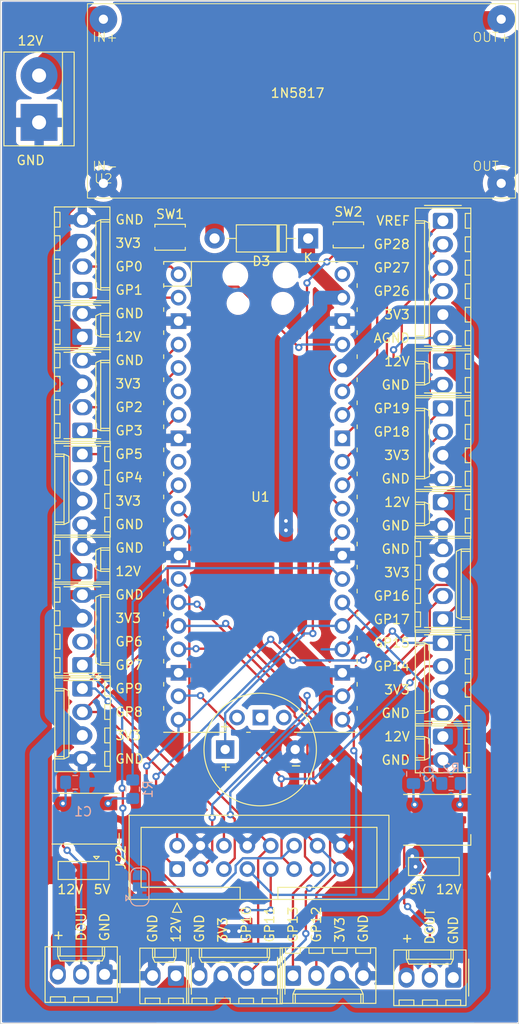
<source format=kicad_pcb>
(kicad_pcb (version 20221018) (generator pcbnew)
  (layers (0 "F.Cu" signal) (31 "B.Cu" signal) (34 "B.Paste" user) (35 "F.Paste" user) (36 "B.SilkS" user "B.Silkscreen") (37 "F.SilkS" user "F.Silkscreen") (38 "B.Mask" user) (39 "F.Mask" user) (44 "Edge.Cuts" user))
  (net 0 "")
  (net 1 "GND")
  (net 2 "Net-(D1-VDD)")
  (net 3 "Net-(D1-DOUT)")
  (net 4 "Net-(D1-DIN)")
  (net 5 "Net-(D2-DOUT)")
  (net 6 "Net-(D2-DIN)")
  (net 7 "Net-(D3-A)")
  (net 8 "12V")
  (net 9 "Net-(J2-Pin_3)")
  (net 10 "Net-(J3-Pin_3)")
  (net 11 "GPIO1")
  (net 12 "GPIO0")
  (net 13 "3V3")
  (net 14 "GPIO3")
  (net 15 "GPIO2")
  (net 16 "GPIO5")
  (net 17 "GPIO4")
  (net 18 "GPIO7")
  (net 19 "GPIO6")
  (net 20 "GPIO9")
  (net 21 "GPIO8")
  (net 22 "GPIO11")
  (net 23 "GPIO10")
  (net 24 "GPIO13")
  (net 25 "GPIO12")
  (net 26 "GPIO15")
  (net 27 "GPIO14")
  (net 28 "GPIO17")
  (net 29 "GPIO16")
  (net 30 "GPIO19")
  (net 31 "GPIO18")
  (net 32 "Net-(J22-Pin_11)")
  (net 33 "ADV_VREF")
  (net 34 "GPIO28")
  (net 35 "GPIO27")
  (net 36 "GPIO26")
  (net 37 "AGND")
  (net 38 "Net-(U1-GPIO20)")
  (net 39 "Net-(U1-3V3_EN)")
  (net 40 "Net-(U1-RUN)")
  (net 44 "Net-(BZ1--)")
  (net 45 "Net-(U1-GPIO21)")
  (footprint "Buzzer_Beeper:Buzzer_12x9.5RM7.6" (layer "F.Cu") (at 130.82 113.919)
    (fp_text reference "BZ1" hide)
    (fp_text value "Buzzer")
  )
  (footprint "Connector_Molex:Molex_KK-254_AE-6410-04A_1x04_P2.54mm_Vertical" (layer "F.Cu") (at 154.452 76.962 -90)
    (fp_text reference "J20" hide)
    (fp_text value "Conn_01x04_Pin" hide)
  )
  (footprint "Connector_Molex:Molex_KK-254_AE-6410-02A_1x02_P2.54mm_Vertical" (layer "F.Cu") (at 154.452 71.882 -90)
    (fp_text reference "J21" hide)
    (fp_text value "Conn_01x02_Pin" hide)
  )
  (footprint "Connector_Molex:Molex_KK-254_AE-6410-04A_1x04_P2.54mm_Vertical" (layer "F.Cu") (at 115.316 104.775 90)
    (fp_text reference "J9" hide)
    (fp_text value "Conn_01x04_Pin" hide)
  )
  (footprint "Connector_Molex:Molex_KK-254_AE-6410-02A_1x02_P2.54mm_Vertical" (layer "F.Cu") (at 154.452 112.522 -90)
    (fp_text reference "J16" hide)
    (fp_text value "Conn_01x02_Pin" hide)
  )
  (footprint "MCU_RaspberryPi_and_Boards:RPi_Pico_SMD_TH_No_Pads" (layer "F.Cu") (at 134.645 86.555)
    (fp_text reference "U1")
    (fp_text value "Pico")
  )
  (footprint "TerminalBlock:TerminalBlock_bornier-2_P5.08mm" (layer "F.Cu") (at 110.617 45.974 90)
    (fp_text reference "J1" hide)
    (fp_text value "screw terminal" hide)
  )
  (footprint "Connector_Molex:Molex_KK-254_AE-6410-04A_1x04_P2.54mm_Vertical" (layer "F.Cu") (at 115.316 64.135 90)
    (fp_text reference "J6" hide)
    (fp_text value "Conn_01x04_Pin" hide)
  )
  (footprint "Connector_Molex:Molex_KK-254_AE-6410-04A_1x04_P2.54mm_Vertical" (layer "F.Cu") (at 115.316 81.915 -90)
    (fp_text reference "J8" hide)
    (fp_text value "Conn_01x04_Pin" hide)
  )
  (footprint "LED_SMD:LED_WS2812B_PLCC4_5.0x5.0mm_P3.2mm" (layer "F.Cu") (at 115.66 121.411)
    (fp_text reference "D1" hide)
    (fp_text value "WS2812B")
  )
  (footprint "Jumper:SolderJumper-3_P2.0mm_Open_TrianglePad1.0x1.5mm" (layer "F.Cu") (at 115.443 127 180)
    (fp_text reference "J4" hide)
    (fp_text value "Conn_01x03_Pin" hide)
  )
  (footprint "Connector_Molex:Molex_KK-254_AE-6410-02A_1x02_P2.54mm_Vertical" (layer "F.Cu") (at 154.452 87.122 -90)
    (fp_text reference "J19" hide)
    (fp_text value "Conn_01x02_Pin" hide)
  )
  (footprint "Button_Switch_SMD:SW_SPST_B3U-1000P" (layer "F.Cu") (at 144.194 58.166)
    (fp_text reference "SW2")
    (fp_text value "SW_Push" hide)
  )
  (footprint "Diode_THT:D_DO-41_SOD81_P10.16mm_Horizontal" (layer "F.Cu") (at 139.827 58.547 180)
    (fp_text reference "D3")
    (fp_text value "1N5817")
  )
  (footprint "Connector_Molex:Molex_KK-254_AE-6410-04A_1x04_P2.54mm_Vertical" (layer "F.Cu") (at 154.452 99.822 90)
    (fp_text reference "J18" hide)
    (fp_text value "Conn_01x04_Pin" hide)
  )
  (footprint "Custom:LM2596 Buck Converter" (layer "F.Cu") (at 117.602 52.578)
    (fp_text reference "U2")
    (fp_text value "buck converter" hide)
  )
  (footprint "Connector_Molex:Molex_KK-254_AE-6410-04A_1x04_P2.54mm_Vertical" (layer "F.Cu") (at 154.452 102.362 -90)
    (fp_text reference "J17" hide)
    (fp_text value "Conn_01x04_Pin" hide)
  )
  (footprint "Connector_Molex:Molex_KK-254_AE-6410-03A_1x03_P2.54mm_Vertical" (layer "F.Cu") (at 117.729 138.283 180)
    (fp_text reference "J2" hide)
    (fp_text value "Conn_01x03_Pin" hide)
  )
  (footprint "Connector_Molex:Molex_KK-254_AE-6410-04A_1x04_P2.54mm_Vertical" (layer "F.Cu") (at 115.316 79.375 90)
    (fp_text reference "J7" hide)
    (fp_text value "Conn_01x04_Pin" hide)
  )
  (footprint "Custom:IDC-Header_2x08_P2.54mm_Vertical_CCW" (layer "F.Cu") (at 125.603 126.873 90)
    (fp_text reference "J22")
    (fp_text value "Conn_02x08_Counter_Clockwise")
  )
  (footprint "Connector_Molex:Molex_KK-254_AE-6410-04A_1x04_P2.54mm_Vertical" (layer "F.Cu") (at 115.316 107.315 -90)
    (fp_text reference "J10" hide)
    (fp_text value "Conn_01x04_Pin" hide)
  )
  (footprint "Button_Switch_SMD:SW_SPST_B3U-1000P" (layer "F.Cu") (at 124.841 58.42)
    (fp_text reference "SW1")
    (fp_text value "SW_Push" hide)
  )
  (footprint "Connector_Molex:Molex_KK-254_AE-6410-02A_1x02_P2.54mm_Vertical" (layer "F.Cu") (at 125.476 138.43 180)
    (fp_text reference "J13" hide)
    (fp_text value "Conn_01x02_Pin" hide)
  )
  (footprint "LED_SMD:LED_WS2812B_PLCC4_5.0x5.0mm_P3.2mm" (layer "F.Cu") (at 153.834 121.538)
    (fp_text reference "D2" hide)
    (fp_text value "WS2812B")
  )
  (footprint "Connector_Molex:Molex_KK-254_AE-6410-02A_1x02_P2.54mm_Vertical" (layer "F.Cu") (at 115.316 94.615 90)
    (fp_text reference "J12" hide)
    (fp_text value "Conn_01x02_Pin" hide)
  )
  (footprint "Connector_Molex:Molex_KK-254_AE-6410-02A_1x02_P2.54mm_Vertical" (layer "F.Cu") (at 115.316 69.215 90)
    (fp_text reference "J11" hide)
    (fp_text value "Conn_01x02_Pin" hide)
  )
  (footprint "Connector_Molex:Molex_KK-254_AE-6410-04A_1x04_P2.54mm_Vertical" (layer "F.Cu") (at 138.176 138.43)
    (fp_text reference "J15" hide)
    (fp_text value "Conn_01x04_Pin" hide)
  )
  (footprint "Connector_Molex:Molex_KK-254_AE-6410-06A_1x06_P2.54mm_Vertical" (layer "F.Cu") (at 154.452 56.642 -90)
    (fp_text reference "J23" hide)
    (fp_text value "Conn_01x06_Pin" hide)
  )
  (footprint "Connector_Molex:Molex_KK-254_AE-6410-03A_1x03_P2.54mm_Vertical" (layer "F.Cu") (at 155.579 138.63 180)
    (fp_text reference "J3" hide)
    (fp_text value "Conn_01x03_Pin" hide)
  )
  (footprint "Connector_Molex:Molex_KK-254_AE-6410-04A_1x04_P2.54mm_Vertical" (layer "F.Cu") (at 135.636 138.43 180)
    (fp_text reference "J14" hide)
    (fp_text value "Conn_01x04_Pin" hide)
  )
  (footprint "Jumper:SolderJumper-3_P2.0mm_Open_TrianglePad1.0x1.5mm" (layer "F.Cu") (at 153.473 126.619)
    (fp_text reference "J5" hide)
    (fp_text value "Conn_01x03_Pin" hide)
  )
  (footprint "Jumper:SolderJumper-3_P1.3mm_Bridged12_RoundedPad1.0x1.5mm" (layer "B.Cu") (at 121.539 128.808 90)
    (fp_text reference "J24" hide)
    (fp_text value "Conn_01x03_Pin" hide)
  )
  (footprint "Capacitor_SMD:C_0805_2012Metric_Pad1.18x1.45mm_HandSolder" (layer "B.Cu") (at 151.257 116.5645 90)
    (fp_text reference "C2")
    (fp_text value "100 nF")
  )
  (footprint "Capacitor_SMD:C_0805_2012Metric_Pad1.18x1.45mm_HandSolder" (layer "B.Cu") (at 114.5325 117.475)
    (fp_text reference "C1")
    (fp_text value "100 nF")
  )
  (footprint "Resistor_SMD:R_0805_2012Metric_Pad1.20x1.40mm_HandSolder" (layer "B.Cu") (at 120.777 118.221 90)
    (fp_text reference "R1")
    (fp_text value "75")
  )
  (footprint "Resistor_SMD:R_0805_2012Metric_Pad1.20x1.40mm_HandSolder" (layer "B.Cu") (at 155.337 117.602 180)
    (fp_text reference "R2")
    (fp_text value "75")
  )
  (gr_rect (start 106.426 32.766) (end 162.687 143.637) (stroke (width 0.1)) (fill none) (layer "Edge.Cuts"))
  (gr_text "+" (at 150.499 135.13 90) (layer "F.SilkS") (effects (font (size 1 1)) (justify left)))
  (gr_text "GP15" (at 150.952 102.362) (layer "F.SilkS") (effects (font (size 1 1)) (justify right)))
  (gr_text "GND" (at 108.077 50.673) (layer "F.SilkS") (effects (font (size 1 1)) (justify left bottom)))
  (gr_text "GP4" (at 118.816 84.455) (layer "F.SilkS") (effects (font (size 1 1)) (justify left)))
  (gr_text "GND" (at 150.952 115.062) (layer "F.SilkS") (effects (font (size 1 1)) (justify right)))
  (gr_text "3V3" (at 118.816 59.055) (layer "F.SilkS") (effects (font (size 1 1)) (justify left)))
  (gr_text "12V" (at 112.522 129.667002) (layer "F.SilkS") (effects (font (size 1 1)) (justify left bottom)))
  (gr_text "3V3" (at 118.816 74.295) (layer "F.SilkS") (effects (font (size 1 1)) (justify left)))
  (gr_text "GP1" (at 118.816 64.135) (layer "F.SilkS") (effects (font (size 1 1)) (justify left)))
  (gr_text "12V" (at 150.952 112.522) (layer "F.SilkS") (effects (font (size 1 1)) (justify right)))
  (gr_text "3V3" (at 150.952 107.442) (layer "F.SilkS") (effects (font (size 1 1)) (justify right)))
  (gr_text "GND" (at 145.796 134.93 90) (layer "F.SilkS") (effects (font (size 1 1)) (justify left)))
  (gr_text "GND" (at 150.952 109.982) (layer "F.SilkS") (effects (font (size 1 1)) (justify right)))
  (gr_text "5V" (at 150.687905 129.667) (layer "F.SilkS") (effects (font (size 1 1)) (justify left bottom)))
  (gr_text "GND" (at 150.952 92.202) (layer "F.SilkS") (effects (font (size 1 1)) (justify right)))
  (gr_text "GP19" (at 150.952 76.962) (layer "F.SilkS") (effects (font (size 1 1)) (justify right)))
  (gr_text "GP13" (at 138.176 134.93 90) (layer "F.SilkS") (effects (font (size 1 1)) (justify left)))
  (gr_text "GND" (at 118.816 71.755) (layer "F.SilkS") (effects (font (size 1 1)) (justify left)))
  (gr_text "12V" (at 150.952 87.122) (layer "F.SilkS") (effects (font (size 1 1)) (justify right)))
  (gr_text "GP27\n" (at 150.952 61.722) (layer "F.SilkS") (effects (font (size 1 1)) (justify right)))
  (gr_text "GND" (at 150.952 84.582) (layer "F.SilkS") (effects (font (size 1 1)) (justify right)))
  (gr_text "GP3" (at 118.816 79.375) (layer "F.SilkS") (effects (font (size 1 1)) (justify left)))
  (gr_text "GND" (at 118.816 89.535) (layer "F.SilkS") (effects (font (size 1 1)) (justify left)))
  (gr_text "GND" (at 150.952 74.422) (layer "F.SilkS") (effects (font (size 1 1)) (justify right)))
  (gr_text "GND" (at 118.816 97.155) (layer "F.SilkS") (effects (font (size 1 1)) (justify left)))
  (gr_text "3V3" (at 118.816 112.395) (layer "F.SilkS") (effects (font (size 1 1)) (justify left)))
  (gr_text "3V3" (at 150.952 66.802) (layer "F.SilkS") (effects (font (size 1 1)) (justify right)))
  (gr_text "12V" (at 118.816 69.215) (layer "F.SilkS") (effects (font (size 1 1)) (justify left)))
  (gr_text "3V3" (at 150.952 94.742) (layer "F.SilkS") (effects (font (size 1 1)) (justify right)))
  (gr_text "GP9" (at 118.816 107.315) (layer "F.SilkS") (effects (font (size 1 1)) (justify left)))
  (gr_text "GND" (at 122.936 134.93 90) (layer "F.SilkS") (effects (font (size 1 1)) (justify left)))
  (gr_text "GND" (at 128.016 134.93 90) (layer "F.SilkS") (effects (font (size 1 1)) (justify left)))
  (gr_text "GND" (at 118.816 114.935) (layer "F.SilkS") (effects (font (size 1 1)) (justify left)))
  (gr_text "12V" (at 118.816 94.615) (layer "F.SilkS") (effects (font (size 1 1)) (justify left)))
  (gr_text "3V3" (at 143.256 134.93 90) (layer "F.SilkS") (effects (font (size 1 1)) (justify left)))
  (gr_text "3V3" (at 130.556 134.93 90) (layer "F.SilkS") (effects (font (size 1 1)) (justify left)))
  (gr_text "3V3" (at 118.816 86.995) (layer "F.SilkS") (effects (font (size 1 1)) (justify left)))
  (gr_text "DOUT" (at 115.189 134.783 90) (layer "F.SilkS") (effects (font (size 1 1)) (justify left)))
  (gr_text "GND" (at 155.579 135.13 90) (layer "F.SilkS") (effects (font (size 1 1)) (justify left)))
  (gr_text "GP12\n" (at 140.716 134.93 90) (layer "F.SilkS") (effects (font (size 1 1)) (justify left)))
  (gr_text "DOUT" (at 153.039 135.13 90) (layer "F.SilkS") (effects (font (size 1 1)) (justify left)))
  (gr_text "GP11\n" (at 135.636 134.93 90) (layer "F.SilkS") (effects (font (size 1 1)) (justify left)))
  (gr_text "GP0" (at 118.816 61.595) (layer "F.SilkS") (effects (font (size 1 1)) (justify left)))
  (gr_text "GP14" (at 150.952 104.902) (layer "F.SilkS") (effects (font (size 1 1)) (justify right)))
  (gr_text "AGND" (at 150.952 69.342) (layer "F.SilkS") (effects (font (size 1 1)) (justify right)))
  (gr_text "+" (at 130.165 116.332) (layer "F.SilkS") (effects (font (size 1 1)) (justify left bottom)))
  (gr_text "+" (at 112.649 134.783 90) (layer "F.SilkS") (effects (font (size 1 1)) (justify left)))
  (gr_text "12V" (at 150.952 71.882) (layer "F.SilkS") (effects (font (size 1 1)) (justify right)))
  (gr_text "GND" (at 118.816 66.675) (layer "F.SilkS") (effects (font (size 1 1)) (justify left)))
  (gr_text "GP5" (at 118.816 81.915) (layer "F.SilkS") (effects (font (size 1 1)) (justify left)))
  (gr_text "GP17" (at 150.952 99.822) (layer "F.SilkS") (effects (font (size 1 1)) (justify right)))
  (gr_text "GND" (at 118.816 92.075) (layer "F.SilkS") (effects (font (size 1 1)) (justify left)))
  (gr_text "GP2" (at 118.816 76.835) (layer "F.SilkS") (effects (font (size 1 1)) (justify left)))
  (gr_text "GP8" (at 118.816 109.855) (layer "F.SilkS") (effects (font (size 1 1)) (justify left)))
  (gr_text "GP16" (at 150.952 97.282) (layer "F.SilkS") (effects (font (size 1 1)) (justify right)))
  (gr_text "GP6" (at 118.816 102.235) (layer "F.SilkS") (effects (font (size 1 1)) (justify left)))
  (gr_text "GP18" (at 150.952 79.502) (layer "F.SilkS") (effects (font (size 1 1)) (justify right)))
  (gr_text "GP7" (at 118.816 104.775) (layer "F.SilkS") (effects (font (size 1 1)) (justify left)))
  (gr_text "GND" (at 117.729 134.783 90) (layer "F.SilkS") (effects (font (size 1 1)) (justify left)))
  (gr_text "3V3" (at 150.952 82.042) (layer "F.SilkS") (effects (font (size 1 1)) (justify right)))
  (gr_text "-" (at 137.785 116.205) (layer "F.SilkS") (effects (font (size 1 1)) (justify left bottom)))
  (gr_text "12V" (at 108.204 37.719) (layer "F.SilkS") (effects (font (size 1 1)) (justify left bottom)))
  (gr_text "GND" (at 150.952 89.662) (layer "F.SilkS") (effects (font (size 1 1)) (justify right)))
  (gr_text "VREF" (at 150.952 56.642) (layer "F.SilkS") (effects (font (size 1 1)) (justify right)))
  (gr_text "5V" (at 116.459 129.667002) (layer "F.SilkS") (effects (font (size 1 1)) (justify left bottom)))
  (gr_text "12V" (at 125.476 134.93 90) (layer "F.SilkS") (effects (font (size 1 1)) (justify left)))
  (gr_text "GP28" (at 150.952 59.182) (layer "F.SilkS") (effects (font (size 1 1)) (justify right)))
  (gr_text "12V" (at 153.608905 129.667) (layer "F.SilkS") (effects (font (size 1 1)) (justify left bottom)))
  (gr_text "GP26" (at 150.952 64.262) (layer "F.SilkS") (effects (font (size 1 1)) (justify right)))
  (gr_text "GP10\n" (at 133.096 134.93 90) (layer "F.SilkS") (effects (font (size 1 1)) (justify left)))
  (gr_text "3V3" (at 118.816 99.695) (layer "F.SilkS") (effects (font (size 1 1)) (justify left)))
  (gr_text "GND" (at 118.816 56.515) (layer "F.SilkS") (effects (font (size 1 1)) (justify left)))
  (segment (start 139.827 58.547) (end 139.827 61.257) (width 1.5) (layer "F.Cu") (net 2))
  (segment (start 113.21 119.761) (end 115.623 122.174) (width 1.5) (layer "F.Cu") (net 2))
  (segment (start 118.745 125.349) (end 118.745 125.698) (width 1.5) (layer "F.Cu") (net 2))
  (segment (start 139.827 61.257) (end 143.535 64.965) (width 1.5) (layer "F.Cu") (net 2))
  (segment (start 131.191 133.604) (end 132.334 133.604) (width 1.5) (layer "F.Cu") (net 2))
  (segment (start 153.924 124.298) (end 153.334 124.888) (width 1.5) (layer "F.Cu") (net 2))
  (segment (start 151.384 119.888) (end 153.924 122.428) (width 1.5) (layer "F.Cu") (net 2))
  (segment (start 148.712811 119.888) (end 151.384 119.888) (width 1.5) (layer "F.Cu") (net 2))
  (segment (start 118.157 124.761) (end 118.745 125.349) (width 1.5) (layer "F.Cu") (net 2))
  (segment (start 151.323 126.469) (end 151.473 126.619) (width 1.5) (layer "F.Cu") (net 2))
  (segment (start 137.414 101.595811) (end 141.735 105.916811) (width 1.5) (layer "F.Cu") (net 2))
  (segment (start 153.924 122.428) (end 153.924 124.298) (width 1.5) (layer "F.Cu") (net 2))
  (segment (start 153.334 124.888) (end 151.910496 124.888) (width 1.5) (layer "F.Cu") (net 2))
  (segment (start 115.623 122.174) (end 115.623 124.224) (width 1.5) (layer "F.Cu") (net 2))
  (segment (start 141.735 105.916811) (end 141.735 112.910189) (width 1.5) (layer "F.Cu") (net 2))
  (segment (start 137.414 89.154) (end 137.414 101.595811) (width 1.5) (layer "F.Cu") (net 2))
  (segment (start 151.323 125.475496) (end 151.323 126.469) (width 1.5) (layer "F.Cu") (net 2))
  (segment (start 116.16 124.761) (end 118.157 124.761) (width 1.5) (layer "F.Cu") (net 2))
  (segment (start 141.735 112.910189) (end 148.712811 119.888) (width 1.5) (layer "F.Cu") (net 2))
  (segment (start 117.443 127) (end 124.047 133.604) (width 1.5) (layer "F.Cu") (net 2))
  (segment (start 124.047 133.604) (end 131.191 133.604) (width 1.5) (layer "F.Cu") (net 2))
  (segment (start 115.623 124.224) (end 116.16 124.761) (width 1.5) (layer "F.Cu") (net 2))
  (segment (start 118.745 125.698) (end 117.443 127) (width 1.5) (layer "F.Cu") (net 2))
  (segment (start 151.910496 124.888) (end 151.323 125.475496) (width 1.5) (layer "F.Cu") (net 2))
  (via (at 151.13 125.476) (size 0.8) (drill 0.4) (layers "F.Cu" "B.Cu") (net 2))
  (via (at 131.191 133.604) (size 0.8) (drill 0.4) (layers "F.Cu" "B.Cu") (net 2))
  (via (at 151.384 119.888) (size 0.8) (drill 0.4) (layers "F.Cu" "B.Cu") (net 2))
  (via (at 151.473 126.619) (size 0.8) (drill 0.4) (layers "F.Cu" "B.Cu") (net 2))
  (via (at 137.414 89.154) (size 0.8) (drill 0.4) (layers "F.Cu" "B.Cu") (net 2))
  (via (at 132.334 133.604) (size 0.8) (drill 0.4) (layers "F.Cu" "B.Cu") (net 2))
  (via (at 137.414 90.17) (size 0.8) (drill 0.4) (layers "F.Cu" "B.Cu") (net 2))
  (via (at 113.21 119.761) (size 0.8) (drill 0.4) (layers "F.Cu" "B.Cu") (net 2))
  (segment (start 113.495 119.476) (end 113.21 119.761) (width 0.25) (layer "B.Cu") (net 2))
  (segment (start 151.257 117.602) (end 151.257 119.761) (width 0.25) (layer "B.Cu") (net 2))
  (segment (start 141.156 64.965) (end 141.156 66.103811) (width 1.5) (layer "B.Cu") (net 2))
  (segment (start 151.13 126.276) (end 151.13 125.476) (width 1.5) (layer "B.Cu") (net 2))
  (segment (start 151.13 125.476) (end 151.13 125.349) (width 1.5) (layer "B.Cu") (net 2))
  (segment (start 143.535 64.965) (end 141.156 64.965) (width 1.5) (layer "B.Cu") (net 2))
  (segment (start 140.779811 130.742) (end 147.35 130.742) (width 1.5) (layer "B.Cu") (net 2))
  (segment (start 151.473 126.619) (end 151.13 126.276) (width 1.5) (layer "B.Cu") (net 2))
  (segment (start 132.334 133.604) (end 137.917811 133.604) (width 1.5) (layer "B.Cu") (net 2))
  (segment (start 147.35 130.742) (end 151.473 126.619) (width 1.5) (layer "B.Cu") (net 2))
  (segment (start 151.257 119.761) (end 151.384 119.888) (width 0.25) (layer "B.Cu") (net 2))
  (segment (start 113.495 117.475) (end 113.495 119.476) (width 0.25) (layer "B.Cu") (net 2))
  (segment (start 141.156 66.103811) (end 137.461 69.798811) (width 1.5) (layer "B.Cu") (net 2))
  (segment (start 137.917811 133.604) (end 140.779811 130.742) (width 1.5) (layer "B.Cu") (net 2))
  (segment (start 137.414 90.17) (end 137.461 90.17) (width 1.5) (layer "B.Cu") (net 2))
  (segment (start 137.414 89.154) (end 137.414 90.17) (width 1.5) (layer "B.Cu") (net 2))
  (segment (start 132.334 133.604) (end 131.318 133.604) (width 1.5) (layer "B.Cu") (net 2))
  (segment (start 137.461 69.798811) (end 137.414 89.154) (width 1.5) (layer "B.Cu") (net 2))
  (segment (start 113.21 123.061) (end 113.21 124.386) (width 0.25) (layer "F.Cu") (net 3))
  (segment (start 113.21 124.386) (end 113.665 124.841) (width 0.25) (layer "F.Cu") (net 3))
  (via (at 113.665 124.841) (size 0.8) (drill 0.4) (layers "F.Cu" "B.Cu") (net 3))
  (segment (start 115.189 126.365) (end 115.189 138.283) (width 0.25) (layer "B.Cu") (net 3))
  (segment (start 113.665 124.841) (end 115.189 126.365) (width 0.25) (layer "B.Cu") (net 3))
  (via (at 118.11 119.761) (size 0.8) (drill 0.4) (layers "F.Cu" "B.Cu") (net 4))
  (segment (start 120.777 119.221) (end 118.65 119.221) (width 0.25) (layer "B.Cu") (net 4))
  (segment (start 118.65 119.221) (end 118.11 119.761) (width 0.25) (layer "B.Cu") (net 4))
  (segment (start 153.035 133.35) (end 153.039 133.354) (width 0.25) (layer "F.Cu") (net 5))
  (segment (start 150.248 124.324) (end 150.248 130.563) (width 0.25) (layer "F.Cu") (net 5))
  (segment (start 150.248 130.563) (end 150.622 130.937) (width 0.25) (layer "F.Cu") (net 5))
  (segment (start 151.384 123.188) (end 150.248 124.324) (width 0.25) (layer "F.Cu") (net 5))
  (segment (start 153.039 133.354) (end 153.039 138.63) (width 0.25) (layer "F.Cu") (net 5))
  (via (at 150.622 130.937) (size 0.8) (drill 0.4) (layers "F.Cu" "B.Cu") (net 5))
  (via (at 153.035 133.35) (size 0.8) (drill 0.4) (layers "F.Cu" "B.Cu") (net 5))
  (segment (start 150.622 130.937) (end 153.035 133.35) (width 0.25) (layer "B.Cu") (net 5))
  (via (at 156.284 119.888) (size 0.8) (drill 0.4) (layers "F.Cu" "B.Cu") (net 6))
  (segment (start 156.337 117.602) (end 156.337 119.835) (width 0.25) (layer "B.Cu") (net 6))
  (segment (start 156.337 119.835) (end 156.284 119.888) (width 0.25) (layer "B.Cu") (net 6))
  (segment (start 146.429 34.927) (end 159.767 34.927) (width 2) (layer "F.Cu") (net 7))
  (segment (start 129.667 51.689) (end 146.429 34.927) (width 2) (layer "F.Cu") (net 7))
  (segment (start 129.667 58.547) (end 129.667 51.689) (width 2) (layer "F.Cu") (net 7))
  (segment (start 110.079 128.009836) (end 110.079 139.572529) (width 3) (layer "F.Cu") (net 8))
  (segment (start 155.741529 112.492) (end 155.986 112.492) (width 3) (layer "F.Cu") (net 8))
  (segment (start 113.445427 40.894) (end 110.617 40.894) (width 3) (layer "F.Cu") (net 8))
  (segment (start 158.984 125.638) (end 158.984 115.734471) (width 3) (layer "F.Cu") (net 8))
  (segment (start 112.521 67.739529) (end 112.521 55.246) (width 3) (layer "F.Cu") (net 8))
  (segment (start 113.284 54.483) (end 113.284 51.054) (width 3) (layer "F.Cu") (net 8))
  (segment (start 110.079 139.572529) (end 111.731471 141.225) (width 3) (layer "F.Cu") (net 8))
  (segment (start 113.284 51.054) (end 116.459 47.879) (width 3) (layer "F.Cu") (net 8))
  (segment (start 116.587 34.927) (end 110.493 41.021) (width 3) (layer "F.Cu") (net 8))
  (segment (start 158.149 140.282716) (end 158.149 128.395) (width 3) (layer "F.Cu") (net 8))
  (segment (start 157.988 74.098471) (end 155.741529 71.852) (width 3) (layer "F.Cu") (net 8))
  (segment (start 112.521 67.739529) (end 114.026471 69.245) (width 3) (layer "F.Cu") (net 8))
  (segment (start 157.006716 141.425) (end 158.149 140.282716) (width 3) (layer "F.Cu") (net 8))
  (segment (start 157.988 89.338471) (end 157.988 74.098471) (width 3) (layer "F.Cu") (net 8))
  (segment (start 158.003 126.619) (end 158.984 125.638) (width 3) (layer "F.Cu") (net 8))
  (segment (start 124.000529 141.225) (end 125.506 139.719529) (width 3) (layer "F.Cu") (net 8))
  (segment (start 116.459 43.907573) (end 113.445427 40.894) (width 3) (layer "F.Cu") (net 8))
  (segment (start 112.521 93.139529) (end 110.51 95.150529) (width 3) (layer "F.Cu") (net 8))
  (segment (start 111.088836 127) (end 112.543 127) (width 3) (layer "F.Cu") (net 8))
  (segment (start 111.731471 141.225) (end 124.000529 141.225) (width 3) (layer "F.Cu") (net 8))
  (segment (start 124.000529 141.225) (end 124.200529 141.425) (width 3) (layer "F.Cu") (net 8))
  (segment (start 110.51 95.150529) (end 110.51 126.421164) (width 3) (layer "F.Cu") (net 8))
  (segment (start 157.988 110.49) (end 157.988 89.338471) (width 3) (layer "F.Cu") (net 8))
  (segment (start 112.521 55.246) (end 113.284 54.483) (width 3) (layer "F.Cu") (net 8))
  (segment (start 112.521 93.139529) (end 114.026471 94.645) (width 3) (layer "F.Cu") (net 8))
  (segment (start 112.521 67.739529) (end 112.521 93.139529) (width 3) (layer "F.Cu") (net 8))
  (segment (start 110.51 126.421164) (end 111.088836 127) (width 3) (layer "F.Cu") (net 8))
  (segment (start 157.988 89.338471) (end 155.741529 87.092) (width 3) (layer "F.Cu") (net 8))
  (segment (start 116.459 47.879) (end 116.459 43.907573) (width 3) (layer "F.Cu") (net 8))
  (segment (start 155.986 112.492) (end 157.988 110.49) (width 3) (layer "F.Cu") (net 8))
  (segment (start 158.984 115.734471) (end 155.741529 112.492) (width 3) (layer "F.Cu") (net 8))
  (segment (start 156.373 126.619) (end 158.003 126.619) (width 3) (layer "F.Cu") (net 8))
  (segment (start 158.149 128.395) (end 156.373 126.619) (width 3) (layer "F.Cu") (net 8))
  (segment (start 124.200529 141.425) (end 157.006716 141.425) (width 3) (layer "F.Cu") (net 8))
  (segment (start 111.088836 127) (end 110.079 128.009836) (width 3) (layer "F.Cu") (net 8))
  (segment (start 115.443 131.572) (end 112.649 134.366) (width 1.5) (layer "F.Cu") (net 9))
  (segment (start 112.649 134.366) (end 112.649 138.283) (width 1.5) (layer "F.Cu") (net 9))
  (segment (start 115.443 127) (end 115.443 131.572) (width 1.5) (layer "F.Cu") (net 9))
  (segment (start 153.473 126.619) (end 153.473 130.626) (width 1.5) (layer "F.Cu") (net 10))
  (segment (start 153.473 130.626) (end 150.499 133.6) (width 1.5) (layer "F.Cu") (net 10))
  (segment (start 150.499 133.6) (end 150.499 138.63) (width 1.5) (layer "F.Cu") (net 10))
  (segment (start 115.316 64.135) (end 116.146 64.965) (width 0.25) (layer "F.Cu") (net 11))
  (segment (start 116.146 64.965) (end 125.755 64.965) (width 0.25) (layer "F.Cu") (net 11))
  (segment (start 115.316 61.595) (end 124.925 61.595) (width 0.25) (layer "F.Cu") (net 12))
  (segment (start 124.925 61.595) (end 125.755 62.425) (width 0.25) (layer "F.Cu") (net 12))
  (segment (start 154.452 107.442) (end 155.064422 107.442) (width 2) (layer "B.Cu") (net 13))
  (segment (start 154.452 82.042) (end 155.064422 82.042) (width 2) (layer "B.Cu") (net 13))
  (segment (start 156.747 96.424578) (end 155.064422 94.742) (width 2) (layer "B.Cu") (net 13))
  (segment (start 113.021 60.737578) (end 113.021 72.612422) (width 2) (layer "B.Cu") (net 13))
  (segment (start 156.845 80.261422) (end 156.845 68.582578) (width 2) (layer "B.Cu") (net 13))
  (segment (start 112.221 109.912422) (end 114.703578 112.395) (width 2) (layer "B.Cu") (net 13))
  (segment (start 155.064422 82.042) (end 156.845 80.261422) (width 2) (layer "B.Cu") (net 13))
  (segment (start 143.256 138.43) (end 143.256 139.042422) (width 2) (layer "B.Cu") (net 13))
  (segment (start 130.556 139.042422) (end 132.356578 140.843) (width 2) (layer "B.Cu") (net 13))
  (segment (start 115.316 112.395) (end 112.671 112.395) (width 2) (layer "B.Cu") (net 13))
  (segment (start 149.677138 66.802) (end 143.894138 72.585) (width 2) (layer "B.Cu") (net 13))
  (segment (start 143.256 139.7) (end 143.256 138.43) (width 2) (layer "B.Cu") (net 13))
  (segment (start 110.579 139.408) (end 111.896 140.725) (width 2) (layer "B.Cu") (net 13))
  (segment (start 156.747 83.724578) (end 155.064422 82.042) (width 2) (layer "B.Cu") (net 13))
  (segment (start 155.064422 107.442) (end 156.747 105.759422) (width 2) (layer "B.Cu") (net 13))
  (segment (start 115.316 86.995) (end 114.703578 86.995) (width 2) (layer "B.Cu") (net 13))
  (segment (start 112.903 76.095578) (end 112.903 85.194422) (width 2) (layer "B.Cu") (net 13))
  (segment (start 114.703578 112.395) (end 115.316 112.395) (width 2) (layer "B.Cu") (net 13))
  (segment (start 132.356578 140.843) (end 142.113 140.843) (width 2) (layer "B.Cu") (net 13))
  (segment (start 112.671 112.395) (end 110.579 114.487) (width 2) (layer "B.Cu") (net 13))
  (segment (start 110.579 114.487) (end 110.579 139.408) (width 2) (layer "B.Cu") (net 13))
  (segment (start 129.277 140.725) (end 130.556 139.446) (width 2) (layer "B.Cu") (net 13))
  (segment (start 114.703578 86.995) (end 113.021 88.677578) (width 2) (layer "B.Cu") (net 13))
  (segment (start 113.021 98.012422) (end 114.703578 99.695) (width 2) (layer "B.Cu") (net 13))
  (segment (start 112.221 99.695) (end 112.221 109.912422) (width 2) (layer "B.Cu") (net 13))
  (segment (start 145.138578 140.925) (end 156.79961 140.925) (width 2) (layer "B.Cu") (net 13))
  (segment (start 158.137 139.58761) (end 158.137 110.514578) (width 2) (layer "B.Cu") (net 13))
  (segment (start 156.747 105.759422) (end 156.747 96.424578) (width 2) (layer "B.Cu") (net 13))
  (segment (start 114.703578 59.055) (end 113.021 60.737578) (width 2) (layer "B.Cu") (net 13))
  (segment (start 143.256 139.042422) (end 145.138578 140.925) (width 2) (layer "B.Cu") (net 13))
  (segment (start 143.894138 72.585) (end 143.535 72.585) (width 2) (layer "B.Cu") (net 13))
  (segment (start 154.452 94.742) (end 155.064422 94.742) (width 2) (layer "B.Cu") (net 13))
  (segment (start 115.316 59.055) (end 114.703578 59.055) (width 2) (layer "B.Cu") (net 13))
  (segment (start 114.703578 74.295) (end 112.903 76.095578) (width 2) (layer "B.Cu") (net 13))
  (segment (start 130.556 139.446) (end 130.556 138.43) (width 2) (layer "B.Cu") (net 13))
  (segment (start 155.064422 66.802) (end 154.452 66.802) (width 2) (layer "B.Cu") (net 13))
  (segment (start 113.021 88.677578) (end 113.021 98.012422) (width 2) (layer "B.Cu") (net 13))
  (segment (start 115.316 74.295) (end 114.703578 74.295) (width 2) (layer "B.Cu") (net 13))
  (segment (start 113.021 72.612422) (end 114.703578 74.295) (width 2) (layer "B.Cu") (net 13))
  (segment (start 112.903 85.194422) (end 114.703578 86.995) (width 2) (layer "B.Cu") (net 13))
  (segment (start 156.747 93.059422) (end 156.747 83.724578) (width 2) (layer "B.Cu") (net 13))
  (segment (start 142.113 140.843) (end 143.256 139.7) (width 2) (layer "B.Cu") (net 13))
  (segment (start 156.845 68.582578) (end 155.064422 66.802) (width 2) (layer "B.Cu") (net 13))
  (segment (start 114.703578 99.695) (end 115.316 99.695) (width 2) (layer "B.Cu") (net 13))
  (segment (start 130.556 138.43) (end 130.556 139.042422) (width 2) (layer "B.Cu") (net 13))
  (segment (start 111.896 140.725) (end 129.277 140.725) (width 2) (layer "B.Cu") (net 13))
  (segment (start 154.452 66.802) (end 149.677138 66.802) (width 2) (layer "B.Cu") (net 13))
  (segment (start 156.79961 140.925) (end 158.137 139.58761) (width 2) (layer "B.Cu") (net 13))
  (segment (start 158.137 110.514578) (end 155.064422 107.442) (width 2) (layer "B.Cu") (net 13))
  (segment (start 115.316 99.695) (end 112.221 99.695) (width 2) (layer "B.Cu") (net 13))
  (segment (start 155.064422 94.742) (end 156.747 93.059422) (width 2) (layer "B.Cu") (net 13))
  (segment (start 118.965 79.375) (end 125.755 72.585) (width 0.25) (layer "F.Cu") (net 14))
  (segment (start 115.316 79.375) (end 118.965 79.375) (width 0.25) (layer "F.Cu") (net 14))
  (segment (start 115.316 76.835) (end 118.965 76.835) (width 0.25) (layer "F.Cu") (net 15))
  (segment (start 118.965 76.835) (end 125.755 70.045) (width 0.25) (layer "F.Cu") (net 15))
  (segment (start 121.505 81.915) (end 125.755 77.665) (width 0.25) (layer "F.Cu") (net 16))
  (segment (start 115.316 81.915) (end 121.505 81.915) (width 0.25) (layer "F.Cu") (net 16))
  (segment (start 119.709502 118.185502) (end 119.634 118.11) (width 0.25) (layer "F.Cu") (net 18))
  (segment (start 119.709502 120.269) (end 119.709502 118.185502) (width 0.25) (layer "F.Cu") (net 18))
  (segment (start 116.736 103.355) (end 116.736 94.304) (width 0.25) (layer "F.Cu") (net 18))
  (segment (start 116.736 94.304) (end 125.755 85.285) (width 0.25) (layer "F.Cu") (net 18))
  (segment (start 115.316 104.775) (end 116.736 103.355) (width 0.25) (layer "F.Cu") (net 18))
  (via (at 119.634 118.11) (size 0.8) (drill 0.4) (layers "F.Cu" "B.Cu") (net 18))
  (via (at 119.709502 120.269) (size 0.8) (drill 0.4) (layers "F.Cu" "B.Cu") (net 18))
  (segment (start 115.316 104.892695) (end 115.316 104.775) (width 0.25) (layer "B.Cu") (net 18))
  (segment (start 119.634 118.11) (end 119.634 109.210695) (width 0.25) (layer "B.Cu") (net 18))
  (segment (start 121.539 127.508) (end 119.709502 125.678502) (width 0.25) (layer "B.Cu") (net 18))
  (segment (start 119.634 109.210695) (end 115.316 104.892695) (width 0.25) (layer "B.Cu") (net 18))
  (segment (start 119.709502 125.678502) (end 119.709502 120.269) (width 0.25) (layer "B.Cu") (net 18))
  (segment (start 130.683 121.285) (end 118.11 108.712) (width 0.25) (layer "F.Cu") (net 20))
  (segment (start 115.316 107.315) (end 117.186 105.445) (width 0.25) (layer "F.Cu") (net 20))
  (segment (start 117.186 105.445) (end 117.186 98.934) (width 0.25) (layer "F.Cu") (net 20))
  (segment (start 117.186 98.934) (end 125.755 90.365) (width 0.25) (layer "F.Cu") (net 20))
  (segment (start 130.683 124.333) (end 130.683 121.285) (width 0.25) (layer "F.Cu") (net 20))
  (via (at 118.11 108.712) (size 0.8) (drill 0.4) (layers "F.Cu" "B.Cu") (net 20))
  (segment (start 116.713 107.315) (end 115.316 107.315) (width 0.25) (layer "B.Cu") (net 20))
  (segment (start 118.11 108.712) (end 116.713 107.315) (width 0.25) (layer "B.Cu") (net 20))
  (segment (start 124.58 100.591) (end 124.58 94.08) (width 0.25) (layer "F.Cu") (net 21))
  (segment (start 126.93 89) (end 125.755 87.825) (width 0.25) (layer "F.Cu") (net 21))
  (segment (start 117.475 109.855) (end 115.316 109.855) (width 0.25) (layer "F.Cu") (net 21))
  (segment (start 125.603 117.983) (end 117.475 109.855) (width 0.25) (layer "F.Cu") (net 21))
  (segment (start 125.603 124.333) (end 125.603 117.983) (width 0.25) (layer "F.Cu") (net 21))
  (segment (start 124.58 94.08) (end 126.93 94.08) (width 0.25) (layer "F.Cu") (net 21))
  (segment (start 115.316 109.855) (end 124.58 100.591) (width 0.25) (layer "F.Cu") (net 21))
  (segment (start 126.93 94.08) (end 126.93 89) (width 0.25) (layer "F.Cu") (net 21))
  (segment (start 140.843 124.333) (end 139.928 123.418) (width 0.25) (layer "F.Cu") (net 22))
  (segment (start 139.928 115.470396) (end 140.195 115.203396) (width 0.25) (layer "F.Cu") (net 22))
  (segment (start 139.928 123.418) (end 139.928 115.470396) (width 0.25) (layer "F.Cu") (net 22))
  (segment (start 140.195 115.203396) (end 140.195 110.604) (width 0.25) (layer "F.Cu") (net 22))
  (segment (start 139.573 129.3235) (end 139.573 133.858) (width 0.25) (layer "F.Cu") (net 22))
  (segment (start 140.195 110.604) (end 127.762 98.171) (width 0.25) (layer "F.Cu") (net 22))
  (segment (start 139.954 128.9425) (end 139.573 129.3235) (width 0.25) (layer "F.Cu") (net 22))
  (via (at 127.762 98.171) (size 0.8) (drill 0.4) (layers "F.Cu" "B.Cu") (net 22))
  (via (at 139.954 128.9425) (size 0.8) (drill 0.4) (layers "F.Cu" "B.Cu") (net 22))
  (via (at 139.573 133.858) (size 0.8) (drill 0.4) (layers "F.Cu" "B.Cu") (net 22))
  (segment (start 140.435201 128.9425) (end 139.954 128.9425) (width 0.25) (layer "B.Cu") (net 22))
  (segment (start 140.843 124.333) (end 142.208 125.698) (width 0.25) (layer "B.Cu") (net 22))
  (segment (start 139.573 134.493) (end 135.636 138.43) (width 0.25) (layer "B.Cu") (net 22))
  (segment (start 125.941 98.171) (end 125.755 97.985) (width 0.25) (layer "B.Cu") (net 22))
  (segment (start 142.208 125.698) (end 142.208 127.169701) (width 0.25) (layer "B.Cu") (net 22))
  (segment (start 139.573 133.858) (end 139.573 134.493) (width 0.25) (layer "B.Cu") (net 22))
  (segment (start 127.762 98.171) (end 125.941 98.171) (width 0.25) (layer "B.Cu") (net 22))
  (segment (start 142.208 127.169701) (end 140.435201 128.9425) (width 0.25) (layer "B.Cu") (net 22))
  (segment (start 126.93 115.5) (end 126.93 96.62) (width 0.25) (layer "F.Cu") (net 23))
  (segment (start 134.398 125.698) (end 134.398 137.128) (width 0.25) (layer "F.Cu") (net 23))
  (segment (start 126.93 96.62) (end 125.755 95.445) (width 0.25) (layer "F.Cu") (net 23))
  (segment (start 135.763 124.333) (end 126.93 115.5) (width 0.25) (layer "F.Cu") (net 23))
  (segment (start 135.763 124.333) (end 134.398 125.698) (width 0.25) (layer "F.Cu") (net 23))
  (segment (start 134.398 137.128) (end 133.096 138.43) (width 0.25) (layer "F.Cu") (net 23))
  (segment (start 139.478 125.508) (end 139.478 115.284) (width 0.25) (layer "F.Cu") (net 24))
  (segment (start 138.176 129.54) (end 138.176 138.43) (width 0.25) (layer "F.Cu") (net 24))
  (segment (start 131.388701 102.997) (end 127.6545 102.997) (width 0.25) (layer "F.Cu") (net 24))
  (segment (start 138.36 109.968299) (end 131.388701 102.997) (width 0.25) (layer "F.Cu") (net 24))
  (segment (start 139.745 115.017) (end 139.745 111.678) (width 0.25) (layer "F.Cu") (net 24))
  (segment (start 139.745 111.678) (end 138.36 110.293) (width 0.25) (layer "F.Cu") (net 24))
  (segment (start 140.843 126.873) (end 139.478 125.508) (width 0.25) (layer "F.Cu") (net 24))
  (segment (start 139.478 115.284) (end 139.745 115.017) (width 0.25) (layer "F.Cu") (net 24))
  (segment (start 140.843 126.873) (end 138.176 129.54) (width 0.25) (layer "F.Cu") (net 24))
  (segment (start 138.36 110.293) (end 138.36 109.968299) (width 0.25) (layer "F.Cu") (net 24))
  (via (at 127.6545 102.997) (size 0.8) (drill 0.4) (layers "F.Cu" "B.Cu") (net 24))
  (segment (start 127.6545 102.997) (end 125.823 102.997) (width 0.25) (layer "B.Cu") (net 24))
  (segment (start 125.823 102.997) (end 125.755 103.065) (width 0.25) (layer "B.Cu") (net 24))
  (segment (start 140.645 115.389792) (end 140.645 110.029402) (width 0.25) (layer "F.Cu") (net 25))
  (segment (start 140.378 117.264) (end 140.378 115.656792) (width 0.25) (layer "F.Cu") (net 25))
  (segment (start 142.208 119.094) (end 140.378 117.264) (width 0.25) (layer "F.Cu") (net 25))
  (segment (start 143.383 126.873) (end 142.208 125.698) (width 0.25) (layer "F.Cu") (net 25))
  (segment (start 140.716 129.54) (end 140.716 138.43) (width 0.25) (layer "F.Cu") (net 25))
  (segment (start 142.208 125.698) (end 142.208 119.094) (width 0.25) (layer "F.Cu") (net 25))
  (segment (start 143.383 126.873) (end 140.716 129.54) (width 0.25) (layer "F.Cu") (net 25))
  (segment (start 140.645 110.029402) (end 130.877799 100.262201) (width 0.25) (layer "F.Cu") (net 25))
  (segment (start 140.378 115.656792) (end 140.645 115.389792) (width 0.25) (layer "F.Cu") (net 25))
  (via (at 130.877799 100.262201) (size 0.8) (drill 0.4) (layers "F.Cu" "B.Cu") (net 25))
  (segment (start 130.877799 100.262201) (end 130.615 100.525) (width 0.25) (layer "B.Cu") (net 25))
  (segment (start 130.615 100.525) (end 125.755 100.525) (width 0.25) (layer "B.Cu") (net 25))
  (segment (start 122.2967 125.579873) (end 122.2967 115.7013) (width 0.25) (layer "F.Cu") (net 26))
  (segment (start 128.034827 131.318) (end 122.2967 125.579873) (width 0.25) (layer "F.Cu") (net 26))
  (segment (start 133.223 131.318) (end 128.034827 131.318) (width 0.25) (layer "F.Cu") (net 26))
  (segment (start 135.763 101.981) (end 138.176 104.267) (width 0.25) (layer "F.Cu") (net 26))
  (segment (start 145.823 104.24) (end 148.971 101.092) (width 0.25) (layer "F.Cu") (net 26))
  (segment (start 135.763 126.873) (end 135.763 131.318) (width 0.25) (layer "F.Cu") (net 26))
  (segment (start 138.176 104.267) (end 138.022 104.24) (width 0.25) (layer "F.Cu") (net 26))
  (via (at 148.971 101.092) (size 0.8) (drill 0.4) (layers "F.Cu" "B.Cu") (net 26))
  (via (at 133.223 131.318) (size 0.8) (drill 0.4) (layers "F.Cu" "B.Cu") (net 26))
  (via (at 145.823 104.24) (size 0.8) (drill 0.4) (layers "F.Cu" "B.Cu") (net 26))
  (via (at 138.176 104.267) (size 0.8) (drill 0.4) (layers "F.Cu" "B.Cu") (net 26))
  (via (at 135.763 131.318) (size 0.8) (drill 0.4) (layers "F.Cu" "B.Cu") (net 26))
  (via (at 135.763 101.981) (size 0.8) (drill 0.4) (layers "F.Cu" "B.Cu") (net 26))
  (via (at 122.2967 115.7013) (size 0.8) (drill 0.4) (layers "F.Cu" "B.Cu") (net 26))
  (segment (start 150.241 102.362) (end 154.452 102.362) (width 0.25) (layer "B.Cu") (net 26))
  (segment (start 135.763 131.318) (end 133.223 131.318) (width 0.25) (layer "B.Cu") (net 26))
  (segment (start 148.971 101.092) (end 150.241 102.362) (width 0.25) (layer "B.Cu") (net 26))
  (segment (start 145.796 104.267) (end 145.823 104.24) (width 0.25) (layer "B.Cu") (net 26))
  (segment (start 138.176 104.267) (end 145.796 104.267) (width 0.25) (layer "B.Cu") (net 26))
  (segment (start 125.755 112.243) (end 125.755 110.685) (width 0.25) (layer "B.Cu") (net 26))
  (segment (start 122.2967 115.7013) (end 125.755 112.243) (width 0.25) (layer "B.Cu") (net 26))
  (segment (start 127.059 110.685) (end 135.763 101.981) (width 0.25) (layer "B.Cu") (net 26))
  (segment (start 125.755 110.685) (end 127.059 110.685) (width 0.25) (layer "B.Cu") (net 26))
  (segment (start 136.938 125.508) (end 136.938 117.126) (width 0.25) (layer "F.Cu") (net 27))
  (segment (start 136.938 117.062) (end 136.938 116.949701) (width 0.25) (layer "F.Cu") (net 27))
  (segment (start 128.143 108.154701) (end 128.143 108.077) (width 0.25) (layer "F.Cu") (net 27))
  (segment (start 136.938 116.949701) (end 128.143 108.154701) (width 0.25) (layer "F.Cu") (net 27))
  (segment (start 150.876 106.68) (end 152.654 104.902) (width 0.25) (layer "F.Cu") (net 27))
  (segment (start 138.303 126.873) (end 136.938 125.508) (width 0.25) (layer "F.Cu") (net 27))
  (segment (start 136.938 117.126) (end 136.906 117.094) (width 0.25) (layer "F.Cu") (net 27))
  (segment (start 152.654 104.902) (end 154.452 104.902) (width 0.25) (layer "F.Cu") (net 27))
  (segment (start 136.906 117.094) (end 136.938 117.062) (width 0.25) (layer "F.Cu") (net 27))
  (via (at 128.143 108.077) (size 0.8) (drill 0.4) (layers "F.Cu" "B.Cu") (net 27))
  (via (at 136.906 117.094) (size 0.8) (drill 0.4) (layers "F.Cu" "B.Cu") (net 27))
  (via (at 150.876 106.68) (size 0.8) (drill 0.4) (layers "F.Cu" "B.Cu") (net 27))
  (segment (start 128.143 108.077) (end 125.823 108.077) (width 0.25) (layer "B.Cu") (net 27))
  (segment (start 136.906 117.094) (end 140.462 117.094) (width 0.25) (layer "B.Cu") (net 27))
  (segment (start 140.462 117.094) (end 150.876 106.68) (width 0.25) (layer "B.Cu") (net 27))
  (segment (start 125.823 108.077) (end 125.755 108.145) (width 0.25) (layer "B.Cu") (net 27))
  (segment (start 155.171985 96.087) (end 155.956 96.871015) (width 0.25) (layer "F.Cu") (net 28))
  (segment (start 155.956 98.318) (end 154.452 99.822) (width 0.25) (layer "F.Cu") (net 28))
  (segment (start 131.858 121.452598) (end 131.377201 120.971799) (width 0.25) (layer "F.Cu") (net 28))
  (segment (start 155.956 96.871015) (end 155.956 98.318) (width 0.25) (layer "F.Cu") (net 28))
  (segment (start 151.858 99.822) (end 151.858 97.961015) (width 0.25) (layer "F.Cu") (net 28))
  (segment (start 131.858 125.698) (end 131.858 121.452598) (width 0.25) (layer "F.Cu") (net 28))
  (segment (start 130.683 126.873) (end 131.858 125.698) (width 0.25) (layer "F.Cu") (net 28))
  (segment (start 153.732015 96.087) (end 155.171985 96.087) (width 0.25) (layer "F.Cu") (net 28))
  (segment (start 143.535 108.145) (end 151.858 99.822) (width 0.25) (layer "F.Cu") (net 28))
  (segment (start 151.858 97.961015) (end 153.732015 96.087) (width 0.25) (layer "F.Cu") (net 28))
  (via (at 131.377201 120.971799) (size 0.8) (drill 0.4) (layers "F.Cu" "B.Cu") (net 28))
  (segment (start 131.377201 120.971799) (end 131.377201 118.560896) (width 0.25) (layer "B.Cu") (net 28))
  (segment (start 131.377201 118.560896) (end 141.793097 108.145) (width 0.25) (layer "B.Cu") (net 28))
  (segment (start 141.793097 108.145) (end 143.535 108.145) (width 0.25) (layer "B.Cu") (net 28))
  (segment (start 143.535 110.685) (end 153.032 101.188) (width 0.25) (layer "F.Cu") (net 29))
  (segment (start 144.78 114.046) (end 144.78 111.93) (width 0.25) (layer "F.Cu") (net 29))
  (segment (start 144.78 111.93) (end 143.535 110.685) (width 0.25) (layer "F.Cu") (net 29))
  (segment (start 153.032 98.702) (end 154.452 97.282) (width 0.25) (layer "F.Cu") (net 29))
  (segment (start 153.032 101.188) (end 153.032 98.702) (width 0.25) (layer "F.Cu") (net 29))
  (via (at 144.78 114.046) (size 0.8) (drill 0.4) (layers "F.Cu" "B.Cu") (net 29))
  (segment (start 133.223 126.873) (end 136.017 129.667) (width 0.25) (layer "B.Cu") (net 29))
  (segment (start 145.034 114.3) (end 144.78 114.046) (width 0.25) (layer "B.Cu") (net 29))
  (segment (start 136.017 129.667) (end 145.034 129.667) (width 0.25) (layer "B.Cu") (net 29))
  (segment (start 145.034 129.667) (end 145.034 114.3) (width 0.25) (layer "B.Cu") (net 29))
  (segment (start 125.603 126.873) (end 123.317 124.587) (width 0.25) (layer "F.Cu") (net 30))
  (segment (start 149.156 82.258) (end 154.452 76.962) (width 0.25) (layer "F.Cu") (net 30))
  (segment (start 143.535 100.525) (end 149.156 94.904) (width 0.25) (layer "F.Cu") (net 30))
  (segment (start 149.156 94.904) (end 149.156 82.258) (width 0.25) (layer "F.Cu") (net 30))
  (segment (start 123.317 124.587) (end 123.317 116.84) (width 0.25) (layer "F.Cu") (net 30))
  (via (at 123.317 116.84) (size 0.8) (drill 0.4) (layers "F.Cu" "B.Cu") (net 30))
  (segment (start 139.632 100.525) (end 143.535 100.525) (width 0.25) (layer "B.Cu") (net 30))
  (segment (start 123.317 116.84) (end 139.632 100.525) (width 0.25) (layer "B.Cu") (net 30))
  (segment (start 128.143 126.873) (end 129.413 125.603) (width 0.25) (layer "F.Cu") (net 31))
  (segment (start 143.535 103.065) (end 149.606 96.994) (width 0.25) (layer "F.Cu") (net 31))
  (segment (start 149.606 84.348) (end 154.452 79.502) (width 0.25) (layer "F.Cu") (net 31))
  (segment (start 129.413 125.603) (end 129.413 121.285) (width 0.25) (layer "F.Cu") (net 31))
  (segment (start 149.606 96.994) (end 149.606 84.348) (width 0.25) (layer "F.Cu") (net 31))
  (via (at 139.708599 108.068401) (size 0.8) (drill 0.4) (layers "F.Cu" "B.Cu") (net 31))
  (via (at 129.413 121.285) (size 0.8) (drill 0.4) (layers "F.Cu" "B.Cu") (net 31))
  (segment (start 139.7 109.601701) (end 139.7 108.077) (width 0.25) (layer "B.Cu") (net 31))
  (segment (start 141.283 103.065) (end 143.535 103.065) (width 0.25) (layer "B.Cu") (net 31))
  (segment (start 129.413 119.888701) (end 139.7 109.601701) (width 0.25) (layer "B.Cu") (net 31))
  (segment (start 139.7 108.077) (end 139.708599 108.068401) (width 0.25) (layer "B.Cu") (net 31))
  (segment (start 129.413 121.285) (end 129.413 119.888701) (width 0.25) (layer "B.Cu") (net 31))
  (segment (start 130.409701 128.808) (end 121.539 128.808) (width 0.25) (layer "B.Cu") (net 32))
  (segment (start 131.953 126.481299) (end 131.953 127.264701) (width 0.25) (layer "B.Cu") (net 32))
  (segment (start 138.303 124.333) (end 136.938 125.698) (width 0.25) (layer "B.Cu") (net 32))
  (segment (start 132.736299 125.698) (end 131.953 126.481299) (width 0.25) (layer "B.Cu") (net 32))
  (segment (start 136.938 125.698) (end 132.736299 125.698) (width 0.25) (layer "B.Cu") (net 32))
  (segment (start 131.953 127.264701) (end 130.409701 128.808) (width 0.25) (layer "B.Cu") (net 32))
  (segment (start 147.32 63.774) (end 147.32 71.34) (width 0.25) (layer "F.Cu") (net 33))
  (segment (start 154.452 56.642) (end 147.32 63.774) (width 0.25) (layer "F.Cu") (net 33))
  (segment (start 147.32 71.34) (end 143.535 75.125) (width 0.25) (layer "F.Cu") (net 33))
  (segment (start 148.373 65.261) (end 154.452 59.182) (width 0.25) (layer "F.Cu") (net 34))
  (segment (start 148.373 72.827) (end 148.373 65.261) (width 0.25) (layer "F.Cu") (net 34))
  (segment (start 143.535 77.665) (end 148.373 72.827) (width 0.25) (layer "F.Cu") (net 34))
  (segment (start 149.987 76.293) (end 149.987 66.187) (width 0.25) (layer "F.Cu") (net 35))
  (segment (start 143.535 82.745) (end 149.987 76.293) (width 0.25) (layer "F.Cu") (net 35))
  (segment (start 149.987 66.187) (end 154.452 61.722) (width 0.25) (layer "F.Cu") (net 35))
  (segment (start 143.535 85.285) (end 153.032 75.788) (width 0.25) (layer "F.Cu") (net 36))
  (segment (start 153.032 65.682) (end 154.452 64.262) (width 0.25) (layer "F.Cu") (net 36))
  (segment (start 153.032 75.788) (end 153.032 65.682) (width 0.25) (layer "F.Cu") (net 36))
  (segment (start 149.098 74.642) (end 149.098 70.612) (width 0.25) (layer "F.Cu") (net 37))
  (segment (start 143.535 80.205) (end 149.098 74.642) (width 0.25) (layer "F.Cu") (net 37))
  (via (at 149.098 70.612) (size 0.8) (drill 0.4) (layers "F.Cu" "B.Cu") (net 37))
  (segment (start 149.098 70.612) (end 150.368 69.342) (width 0.25) (layer "B.Cu") (net 37))
  (segment (start 150.368 69.342) (end 154.452 69.342) (width 0.25) (layer "B.Cu") (net 37))
  (segment (start 154.337 117.602) (end 153.032 116.297) (width 0.25) (layer "B.Cu") (net 38))
  (segment (start 153.032 107.482) (end 143.535 97.985) (width 0.25) (layer "B.Cu") (net 38))
  (segment (start 153.032 116.297) (end 153.032 107.482) (width 0.25) (layer "B.Cu") (net 38))
  (segment (start 132.233 63.78) (end 138.811 70.358) (width 0.25) (layer "F.Cu") (net 39))
  (segment (start 126.541 59.52) (end 130.801 63.78) (width 0.25) (layer "F.Cu") (net 39))
  (segment (start 126.541 58.42) (end 126.541 59.52) (width 0.25) (layer "F.Cu") (net 39))
  (segment (start 130.801 63.78) (end 132.233 63.78) (width 0.25) (layer "F.Cu") (net 39))
  (via (at 138.811 70.358) (size 0.8) (drill 0.4) (layers "F.Cu" "B.Cu") (net 39))
  (segment (start 139.124 70.045) (end 143.535 70.045) (width 0.25) (layer "B.Cu") (net 39))
  (segment (start 138.811 70.358) (end 139.124 70.045) (width 0.25) (layer "B.Cu") (net 39))
  (segment (start 139.7 63.373) (end 139.7 83.99) (width 0.25) (layer "F.Cu") (net 40))
  (segment (start 145.894 58.166) (end 144.78 58.166) (width 0.25) (layer "F.Cu") (net 40))
  (segment (start 139.7 83.99) (end 143.535 87.825) (width 0.25) (layer "F.Cu") (net 40))
  (segment (start 144.78 58.166) (end 141.859 61.087) (width 0.25) (layer "F.Cu") (net 40))
  (via (at 139.7 63.373) (size 0.8) (drill 0.4) (layers "F.Cu" "B.Cu") (net 40))
  (via (at 141.859 61.087) (size 0.8) (drill 0.4) (layers "F.Cu" "B.Cu") (net 40))
  (segment (start 139.7 63.246) (end 141.859 61.087) (width 0.25) (layer "B.Cu") (net 40))
  (segment (start 139.7 63.373) (end 139.7 63.246) (width 0.25) (layer "B.Cu") (net 40))
  (segment (start 140.335 101.346) (end 140.335 93.565) (width 0.25) (layer "F.Cu") (net 44))
  (segment (start 140.335 93.565) (end 143.535 90.365) (width 0.25) (layer "F.Cu") (net 44))
  (via (at 140.335 101.346) (size 0.8) (drill 0.4) (layers "F.Cu" "B.Cu") (net 44))
  (segment (start 139.447396 101.346) (end 140.335 101.346) (width 0.25) (layer "B.Cu") (net 44))
  (segment (start 130.82 113.919) (end 130.82 109.973396) (width 0.25) (layer "B.Cu") (net 44))
  (segment (start 130.82 109.973396) (end 139.447396 101.346) (width 0.25) (layer "B.Cu") (net 44))
  (segment (start 120.777 117.221) (end 120.777 97.917) (width 0.25) (layer "B.Cu") (net 45))
  (segment (start 142.36 94.27) (end 143.535 95.445) (width 0.25) (layer "B.Cu") (net 45))
  (segment (start 124.424 94.27) (end 142.36 94.27) (width 0.25) (layer "B.Cu") (net 45))
  (segment (start 120.777 97.917) (end 124.424 94.27) (width 0.25) (layer "B.Cu") (net 45))
  (zone (net 1) (net_name "GND") (layers "F&B.Cu") (connect_pads (clearance 0.5)) (min_thickness 0.25) (fill yes (thermal_gap 0.5) (thermal_bridge_width 1))
    (polygon (pts (xy 106.6 32.9) (xy 162.6 32.9) (xy 162.6 143.5) (xy 106.6 143.5)))
  )
)
</source>
